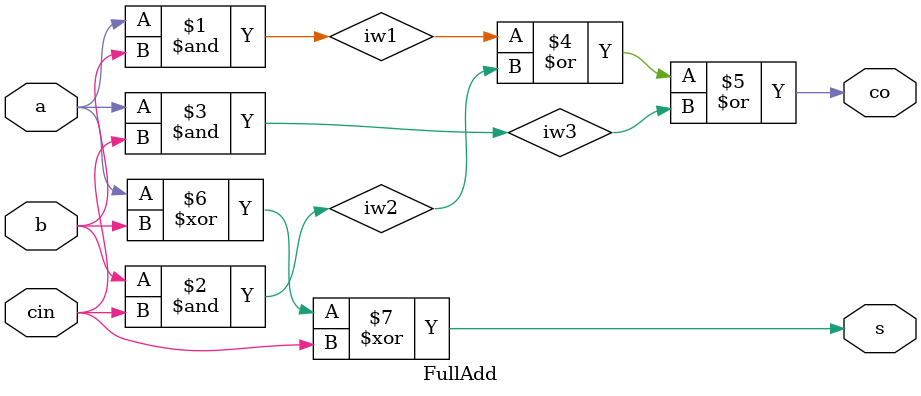
<source format=sv>
`timescale 1ns / 1ps
`default_nettype none
/***************************************************************************
*
* Module: FullAdd
*
* Author: Trevor Wiseman
* Class: <Class, Section, Semester> - ECEN 220, Section 2, Fall 2021
* Date: <Date file was created>
*
* Description: Adds binary numbers together
*
*
****************************************************************************/


module FullAdd(
    output logic s, co,
    input wire logic a, b, cin
    );

//inner wires from AND to OR
logic iw1, iw2, iw3;

//ANND to OR
and(iw1, a, b);
and(iw2, b, cin);
and(iw3, a, cin);
or(co, iw1, iw2, iw3);
//XOR gate
xor(s, a, b, cin);
    
endmodule

</source>
